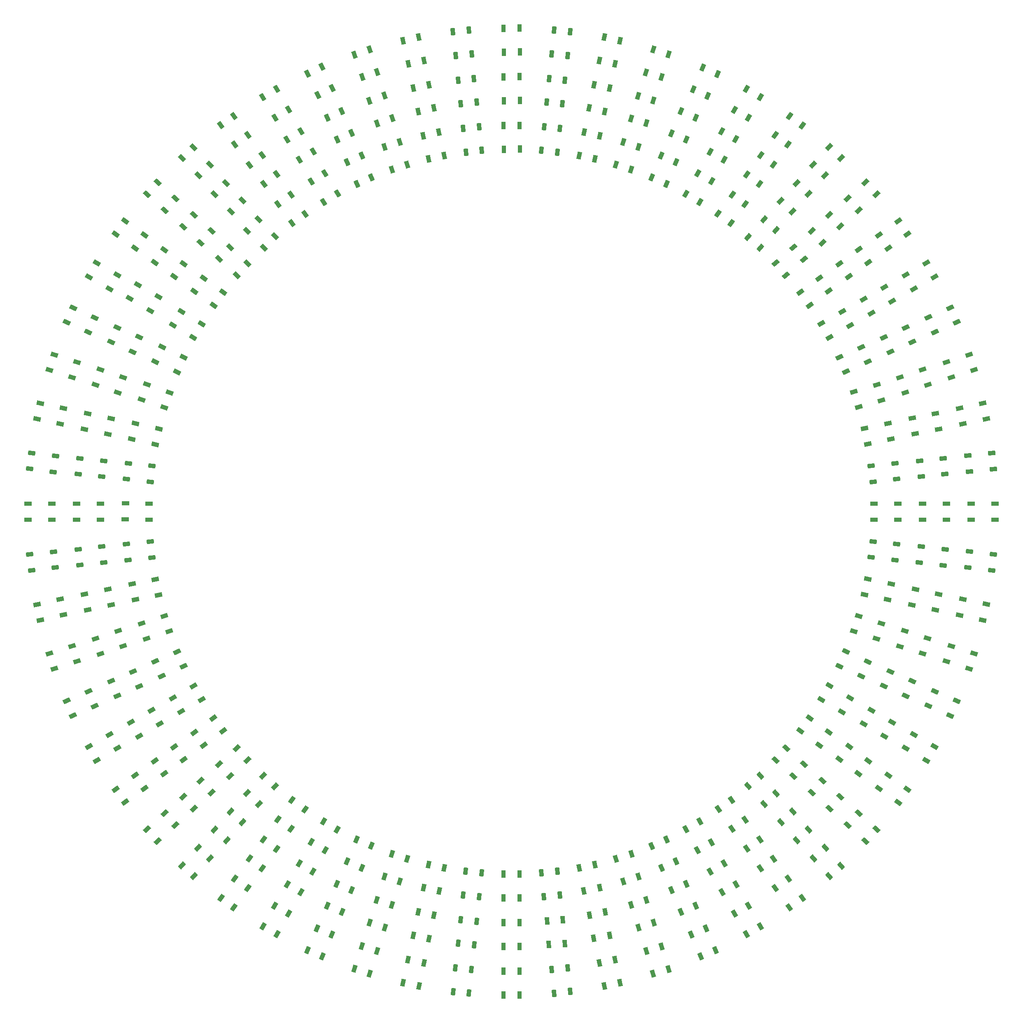
<source format=gtp>
G04 Layer_Color=8421504*
%FSLAX42Y42*%
%MOMM*%
G71*
G01*
G75*
G04:AMPARAMS|DCode=10|XSize=1.5mm|YSize=0.9mm|CornerRadius=0mm|HoleSize=0mm|Usage=FLASHONLY|Rotation=90.933|XOffset=0mm|YOffset=0mm|HoleType=Round|Shape=Rectangle|*
%AMROTATEDRECTD10*
4,1,4,0.46,-0.74,-0.44,-0.76,-0.46,0.74,0.44,0.76,0.46,-0.74,0.0*
%
%ADD10ROTATEDRECTD10*%

G04:AMPARAMS|DCode=11|XSize=1.5mm|YSize=0.9mm|CornerRadius=0mm|HoleSize=0mm|Usage=FLASHONLY|Rotation=83.500|XOffset=0mm|YOffset=0mm|HoleType=Round|Shape=Rectangle|*
%AMROTATEDRECTD11*
4,1,4,0.36,-0.80,-0.53,-0.69,-0.36,0.80,0.53,0.69,0.36,-0.80,0.0*
%
%ADD11ROTATEDRECTD11*%

G04:AMPARAMS|DCode=12|XSize=1.5mm|YSize=0.9mm|CornerRadius=0mm|HoleSize=0mm|Usage=FLASHONLY|Rotation=77.809|XOffset=0mm|YOffset=0mm|HoleType=Round|Shape=Rectangle|*
%AMROTATEDRECTD12*
4,1,4,0.28,-0.83,-0.60,-0.64,-0.28,0.83,0.60,0.64,0.28,-0.83,0.0*
%
%ADD12ROTATEDRECTD12*%

G04:AMPARAMS|DCode=13|XSize=1.5mm|YSize=0.9mm|CornerRadius=0mm|HoleSize=0mm|Usage=FLASHONLY|Rotation=72.154|XOffset=0mm|YOffset=0mm|HoleType=Round|Shape=Rectangle|*
%AMROTATEDRECTD13*
4,1,4,0.20,-0.85,-0.66,-0.58,-0.20,0.85,0.66,0.58,0.20,-0.85,0.0*
%
%ADD13ROTATEDRECTD13*%

G04:AMPARAMS|DCode=14|XSize=1.5mm|YSize=0.9mm|CornerRadius=0mm|HoleSize=0mm|Usage=FLASHONLY|Rotation=72.154|XOffset=0mm|YOffset=0mm|HoleType=Round|Shape=Rectangle|*
%AMROTATEDRECTD14*
4,1,4,0.20,-0.85,-0.66,-0.58,-0.20,0.85,0.66,0.58,0.20,-0.85,0.0*
%
%ADD14ROTATEDRECTD14*%

G04:AMPARAMS|DCode=15|XSize=1.5mm|YSize=0.9mm|CornerRadius=0mm|HoleSize=0mm|Usage=FLASHONLY|Rotation=66.145|XOffset=0mm|YOffset=0mm|HoleType=Round|Shape=Rectangle|*
%AMROTATEDRECTD15*
4,1,4,0.11,-0.87,-0.71,-0.50,-0.11,0.87,0.71,0.50,0.11,-0.87,0.0*
%
%ADD15ROTATEDRECTD15*%

G04:AMPARAMS|DCode=16|XSize=1.5mm|YSize=0.9mm|CornerRadius=0mm|HoleSize=0mm|Usage=FLASHONLY|Rotation=60.534|XOffset=0mm|YOffset=0mm|HoleType=Round|Shape=Rectangle|*
%AMROTATEDRECTD16*
4,1,4,0.02,-0.87,-0.76,-0.43,-0.02,0.87,0.76,0.43,0.02,-0.87,0.0*
%
%ADD16ROTATEDRECTD16*%

G04:AMPARAMS|DCode=17|XSize=1.5mm|YSize=0.9mm|CornerRadius=0mm|HoleSize=0mm|Usage=FLASHONLY|Rotation=53.687|XOffset=0mm|YOffset=0mm|HoleType=Round|Shape=Rectangle|*
%AMROTATEDRECTD17*
4,1,4,-0.08,-0.87,-0.81,-0.34,0.08,0.87,0.81,0.34,-0.08,-0.87,0.0*
%
%ADD17ROTATEDRECTD17*%

G04:AMPARAMS|DCode=18|XSize=1.5mm|YSize=0.9mm|CornerRadius=0mm|HoleSize=0mm|Usage=FLASHONLY|Rotation=48.636|XOffset=0mm|YOffset=0mm|HoleType=Round|Shape=Rectangle|*
%AMROTATEDRECTD18*
4,1,4,-0.16,-0.86,-0.83,-0.27,0.16,0.86,0.83,0.27,-0.16,-0.86,0.0*
%
%ADD18ROTATEDRECTD18*%

G04:AMPARAMS|DCode=19|XSize=1.5mm|YSize=0.9mm|CornerRadius=0mm|HoleSize=0mm|Usage=FLASHONLY|Rotation=41.123|XOffset=0mm|YOffset=0mm|HoleType=Round|Shape=Rectangle|*
%AMROTATEDRECTD19*
4,1,4,-0.27,-0.83,-0.86,-0.15,0.27,0.83,0.86,0.15,-0.27,-0.83,0.0*
%
%ADD19ROTATEDRECTD19*%

G04:AMPARAMS|DCode=20|XSize=1.5mm|YSize=0.9mm|CornerRadius=0mm|HoleSize=0mm|Usage=FLASHONLY|Rotation=36.078|XOffset=0mm|YOffset=0mm|HoleType=Round|Shape=Rectangle|*
%AMROTATEDRECTD20*
4,1,4,-0.34,-0.81,-0.87,-0.08,0.34,0.81,0.87,0.08,-0.34,-0.81,0.0*
%
%ADD20ROTATEDRECTD20*%

G04:AMPARAMS|DCode=21|XSize=1.5mm|YSize=0.9mm|CornerRadius=0mm|HoleSize=0mm|Usage=FLASHONLY|Rotation=24.134|XOffset=0mm|YOffset=0mm|HoleType=Round|Shape=Rectangle|*
%AMROTATEDRECTD21*
4,1,4,-0.50,-0.72,-0.87,0.10,0.50,0.72,0.87,-0.10,-0.50,-0.72,0.0*
%
%ADD21ROTATEDRECTD21*%

G04:AMPARAMS|DCode=22|XSize=1.5mm|YSize=0.9mm|CornerRadius=0mm|HoleSize=0mm|Usage=FLASHONLY|Rotation=16.943|XOffset=0mm|YOffset=0mm|HoleType=Round|Shape=Rectangle|*
%AMROTATEDRECTD22*
4,1,4,-0.59,-0.65,-0.85,0.21,0.59,0.65,0.85,-0.21,-0.59,-0.65,0.0*
%
%ADD22ROTATEDRECTD22*%

G04:AMPARAMS|DCode=23|XSize=1.5mm|YSize=0.9mm|CornerRadius=0mm|HoleSize=0mm|Usage=FLASHONLY|Rotation=11.738|XOffset=0mm|YOffset=0mm|HoleType=Round|Shape=Rectangle|*
%AMROTATEDRECTD23*
4,1,4,-0.64,-0.59,-0.83,0.29,0.64,0.59,0.83,-0.29,-0.64,-0.59,0.0*
%
%ADD23ROTATEDRECTD23*%

G04:AMPARAMS|DCode=24|XSize=1.5mm|YSize=0.9mm|CornerRadius=0mm|HoleSize=0mm|Usage=FLASHONLY|Rotation=6.500|XOffset=0mm|YOffset=0mm|HoleType=Round|Shape=Rectangle|*
%AMROTATEDRECTD24*
4,1,4,-0.69,-0.53,-0.80,0.36,0.69,0.53,0.80,-0.36,-0.69,-0.53,0.0*
%
%ADD24ROTATEDRECTD24*%

G04:AMPARAMS|DCode=25|XSize=1.5mm|YSize=0.9mm|CornerRadius=0mm|HoleSize=0mm|Usage=FLASHONLY|Rotation=0.500|XOffset=0mm|YOffset=0mm|HoleType=Round|Shape=Rectangle|*
%AMROTATEDRECTD25*
4,1,4,-0.75,-0.46,-0.75,0.44,0.75,0.46,0.75,-0.44,-0.75,-0.46,0.0*
%
%ADD25ROTATEDRECTD25*%

G04:AMPARAMS|DCode=26|XSize=1.5mm|YSize=0.9mm|CornerRadius=0mm|HoleSize=0mm|Usage=FLASHONLY|Rotation=353.500|XOffset=0mm|YOffset=0mm|HoleType=Round|Shape=Rectangle|*
%AMROTATEDRECTD26*
4,1,4,-0.80,-0.36,-0.69,0.53,0.80,0.36,0.69,-0.53,-0.80,-0.36,0.0*
%
%ADD26ROTATEDRECTD26*%

G04:AMPARAMS|DCode=27|XSize=1.5mm|YSize=0.9mm|CornerRadius=0mm|HoleSize=0mm|Usage=FLASHONLY|Rotation=348.000|XOffset=0mm|YOffset=0mm|HoleType=Round|Shape=Rectangle|*
%AMROTATEDRECTD27*
4,1,4,-0.83,-0.28,-0.64,0.60,0.83,0.28,0.64,-0.60,-0.83,-0.28,0.0*
%
%ADD27ROTATEDRECTD27*%

G04:AMPARAMS|DCode=28|XSize=1.5mm|YSize=0.9mm|CornerRadius=0mm|HoleSize=0mm|Usage=FLASHONLY|Rotation=342.000|XOffset=0mm|YOffset=0mm|HoleType=Round|Shape=Rectangle|*
%AMROTATEDRECTD28*
4,1,4,-0.85,-0.20,-0.57,0.66,0.85,0.20,0.57,-0.66,-0.85,-0.20,0.0*
%
%ADD28ROTATEDRECTD28*%

G04:AMPARAMS|DCode=29|XSize=1.5mm|YSize=0.9mm|CornerRadius=0mm|HoleSize=0mm|Usage=FLASHONLY|Rotation=335.000|XOffset=0mm|YOffset=0mm|HoleType=Round|Shape=Rectangle|*
%AMROTATEDRECTD29*
4,1,4,-0.87,-0.09,-0.49,0.72,0.87,0.09,0.49,-0.72,-0.87,-0.09,0.0*
%
%ADD29ROTATEDRECTD29*%

G04:AMPARAMS|DCode=30|XSize=1.5mm|YSize=0.9mm|CornerRadius=0mm|HoleSize=0mm|Usage=FLASHONLY|Rotation=329.000|XOffset=0mm|YOffset=0mm|HoleType=Round|Shape=Rectangle|*
%AMROTATEDRECTD30*
4,1,4,-0.87,0.00,-0.41,0.77,0.87,-0.00,0.41,-0.77,-0.87,0.00,0.0*
%
%ADD30ROTATEDRECTD30*%

G04:AMPARAMS|DCode=31|XSize=1.5mm|YSize=0.9mm|CornerRadius=0mm|HoleSize=0mm|Usage=FLASHONLY|Rotation=323.500|XOffset=0mm|YOffset=0mm|HoleType=Round|Shape=Rectangle|*
%AMROTATEDRECTD31*
4,1,4,-0.87,0.08,-0.34,0.81,0.87,-0.08,0.34,-0.81,-0.87,0.08,0.0*
%
%ADD31ROTATEDRECTD31*%

G04:AMPARAMS|DCode=32|XSize=1.5mm|YSize=0.9mm|CornerRadius=0mm|HoleSize=0mm|Usage=FLASHONLY|Rotation=318.000|XOffset=0mm|YOffset=0mm|HoleType=Round|Shape=Rectangle|*
%AMROTATEDRECTD32*
4,1,4,-0.86,0.17,-0.26,0.84,0.86,-0.17,0.26,-0.84,-0.86,0.17,0.0*
%
%ADD32ROTATEDRECTD32*%

G04:AMPARAMS|DCode=33|XSize=1.5mm|YSize=0.9mm|CornerRadius=0mm|HoleSize=0mm|Usage=FLASHONLY|Rotation=311.500|XOffset=0mm|YOffset=0mm|HoleType=Round|Shape=Rectangle|*
%AMROTATEDRECTD33*
4,1,4,-0.83,0.26,-0.16,0.86,0.83,-0.26,0.16,-0.86,-0.83,0.26,0.0*
%
%ADD33ROTATEDRECTD33*%

G04:AMPARAMS|DCode=34|XSize=1.5mm|YSize=0.9mm|CornerRadius=0mm|HoleSize=0mm|Usage=FLASHONLY|Rotation=304.500|XOffset=0mm|YOffset=0mm|HoleType=Round|Shape=Rectangle|*
%AMROTATEDRECTD34*
4,1,4,-0.80,0.36,-0.05,0.87,0.80,-0.36,0.05,-0.87,-0.80,0.36,0.0*
%
%ADD34ROTATEDRECTD34*%

G04:AMPARAMS|DCode=35|XSize=1.5mm|YSize=0.9mm|CornerRadius=0mm|HoleSize=0mm|Usage=FLASHONLY|Rotation=299.000|XOffset=0mm|YOffset=0mm|HoleType=Round|Shape=Rectangle|*
%AMROTATEDRECTD35*
4,1,4,-0.76,0.44,0.03,0.87,0.76,-0.44,-0.03,-0.87,-0.76,0.44,0.0*
%
%ADD35ROTATEDRECTD35*%

G04:AMPARAMS|DCode=36|XSize=1.5mm|YSize=0.9mm|CornerRadius=0mm|HoleSize=0mm|Usage=FLASHONLY|Rotation=294.000|XOffset=0mm|YOffset=0mm|HoleType=Round|Shape=Rectangle|*
%AMROTATEDRECTD36*
4,1,4,-0.72,0.50,0.11,0.87,0.72,-0.50,-0.11,-0.87,-0.72,0.50,0.0*
%
%ADD36ROTATEDRECTD36*%

G04:AMPARAMS|DCode=37|XSize=1.5mm|YSize=0.9mm|CornerRadius=0mm|HoleSize=0mm|Usage=FLASHONLY|Rotation=287.500|XOffset=0mm|YOffset=0mm|HoleType=Round|Shape=Rectangle|*
%AMROTATEDRECTD37*
4,1,4,-0.65,0.58,0.20,0.85,0.65,-0.58,-0.20,-0.85,-0.65,0.58,0.0*
%
%ADD37ROTATEDRECTD37*%

G04:AMPARAMS|DCode=38|XSize=1.5mm|YSize=0.9mm|CornerRadius=0mm|HoleSize=0mm|Usage=FLASHONLY|Rotation=281.500|XOffset=0mm|YOffset=0mm|HoleType=Round|Shape=Rectangle|*
%AMROTATEDRECTD38*
4,1,4,-0.59,0.65,0.29,0.82,0.59,-0.65,-0.29,-0.82,-0.59,0.65,0.0*
%
%ADD38ROTATEDRECTD38*%

G04:AMPARAMS|DCode=39|XSize=1.5mm|YSize=0.9mm|CornerRadius=0mm|HoleSize=0mm|Usage=FLASHONLY|Rotation=276.000|XOffset=0mm|YOffset=0mm|HoleType=Round|Shape=Rectangle|*
%AMROTATEDRECTD39*
4,1,4,-0.53,0.70,0.37,0.79,0.53,-0.70,-0.37,-0.79,-0.53,0.70,0.0*
%
%ADD39ROTATEDRECTD39*%

G04:AMPARAMS|DCode=40|XSize=1.5mm|YSize=0.9mm|CornerRadius=0mm|HoleSize=0mm|Usage=FLASHONLY|Rotation=269.500|XOffset=0mm|YOffset=0mm|HoleType=Round|Shape=Rectangle|*
%AMROTATEDRECTD40*
4,1,4,-0.44,0.75,0.46,0.75,0.44,-0.75,-0.46,-0.75,-0.44,0.75,0.0*
%
%ADD40ROTATEDRECTD40*%

G04:AMPARAMS|DCode=41|XSize=1.5mm|YSize=0.9mm|CornerRadius=0mm|HoleSize=0mm|Usage=FLASHONLY|Rotation=239.500|XOffset=0mm|YOffset=0mm|HoleType=Round|Shape=Rectangle|*
%AMROTATEDRECTD41*
4,1,4,-0.01,0.87,0.77,0.42,0.01,-0.87,-0.77,-0.42,-0.01,0.87,0.0*
%
%ADD41ROTATEDRECTD41*%

G04:AMPARAMS|DCode=42|XSize=1.5mm|YSize=0.9mm|CornerRadius=0mm|HoleSize=0mm|Usage=FLASHONLY|Rotation=227.500|XOffset=0mm|YOffset=0mm|HoleType=Round|Shape=Rectangle|*
%AMROTATEDRECTD42*
4,1,4,0.17,0.86,0.84,0.25,-0.17,-0.86,-0.84,-0.25,0.17,0.86,0.0*
%
%ADD42ROTATEDRECTD42*%

G04:AMPARAMS|DCode=43|XSize=1.5mm|YSize=0.9mm|CornerRadius=0mm|HoleSize=0mm|Usage=FLASHONLY|Rotation=222.500|XOffset=0mm|YOffset=0mm|HoleType=Round|Shape=Rectangle|*
%AMROTATEDRECTD43*
4,1,4,0.25,0.84,0.86,0.17,-0.25,-0.84,-0.86,-0.17,0.25,0.84,0.0*
%
%ADD43ROTATEDRECTD43*%

G04:AMPARAMS|DCode=44|XSize=1.5mm|YSize=0.9mm|CornerRadius=0mm|HoleSize=0mm|Usage=FLASHONLY|Rotation=216.767|XOffset=0mm|YOffset=0mm|HoleType=Round|Shape=Rectangle|*
%AMROTATEDRECTD44*
4,1,4,0.33,0.81,0.87,0.09,-0.33,-0.81,-0.87,-0.09,0.33,0.81,0.0*
%
%ADD44ROTATEDRECTD44*%

G04:AMPARAMS|DCode=45|XSize=1.5mm|YSize=0.9mm|CornerRadius=0mm|HoleSize=0mm|Usage=FLASHONLY|Rotation=210.000|XOffset=0mm|YOffset=0mm|HoleType=Round|Shape=Rectangle|*
%AMROTATEDRECTD45*
4,1,4,0.42,0.76,0.87,-0.01,-0.42,-0.76,-0.87,0.01,0.42,0.76,0.0*
%
%ADD45ROTATEDRECTD45*%

G04:AMPARAMS|DCode=46|XSize=1.5mm|YSize=0.9mm|CornerRadius=0mm|HoleSize=0mm|Usage=FLASHONLY|Rotation=198.500|XOffset=0mm|YOffset=0mm|HoleType=Round|Shape=Rectangle|*
%AMROTATEDRECTD46*
4,1,4,0.57,0.66,0.85,-0.19,-0.57,-0.66,-0.85,0.19,0.57,0.66,0.0*
%
%ADD46ROTATEDRECTD46*%

G04:AMPARAMS|DCode=47|XSize=1.5mm|YSize=0.9mm|CornerRadius=0mm|HoleSize=0mm|Usage=FLASHONLY|Rotation=179.000|XOffset=0mm|YOffset=0mm|HoleType=Round|Shape=Rectangle|*
%AMROTATEDRECTD47*
4,1,4,0.76,0.44,0.74,-0.46,-0.76,-0.44,-0.74,0.46,0.76,0.44,0.0*
%
%ADD47ROTATEDRECTD47*%

G04:AMPARAMS|DCode=48|XSize=1.5mm|YSize=0.9mm|CornerRadius=0mm|HoleSize=0mm|Usage=FLASHONLY|Rotation=167.000|XOffset=0mm|YOffset=0mm|HoleType=Round|Shape=Rectangle|*
%AMROTATEDRECTD48*
4,1,4,0.83,0.27,0.63,-0.61,-0.83,-0.27,-0.63,0.61,0.83,0.27,0.0*
%
%ADD48ROTATEDRECTD48*%

G04:AMPARAMS|DCode=49|XSize=1.5mm|YSize=0.9mm|CornerRadius=0mm|HoleSize=0mm|Usage=FLASHONLY|Rotation=160.500|XOffset=0mm|YOffset=0mm|HoleType=Round|Shape=Rectangle|*
%AMROTATEDRECTD49*
4,1,4,0.86,0.17,0.56,-0.67,-0.86,-0.17,-0.56,0.67,0.86,0.17,0.0*
%
%ADD49ROTATEDRECTD49*%

G04:AMPARAMS|DCode=50|XSize=1.5mm|YSize=0.9mm|CornerRadius=0mm|HoleSize=0mm|Usage=FLASHONLY|Rotation=154.500|XOffset=0mm|YOffset=0mm|HoleType=Round|Shape=Rectangle|*
%AMROTATEDRECTD50*
4,1,4,0.87,0.08,0.48,-0.73,-0.87,-0.08,-0.48,0.73,0.87,0.08,0.0*
%
%ADD50ROTATEDRECTD50*%

G04:AMPARAMS|DCode=51|XSize=1.5mm|YSize=0.9mm|CornerRadius=0mm|HoleSize=0mm|Usage=FLASHONLY|Rotation=148.500|XOffset=0mm|YOffset=0mm|HoleType=Round|Shape=Rectangle|*
%AMROTATEDRECTD51*
4,1,4,0.87,-0.01,0.40,-0.78,-0.87,0.01,-0.40,0.78,0.87,-0.01,0.0*
%
%ADD51ROTATEDRECTD51*%

G04:AMPARAMS|DCode=52|XSize=1.5mm|YSize=0.9mm|CornerRadius=0mm|HoleSize=0mm|Usage=FLASHONLY|Rotation=137.000|XOffset=0mm|YOffset=0mm|HoleType=Round|Shape=Rectangle|*
%AMROTATEDRECTD52*
4,1,4,0.86,-0.18,0.24,-0.84,-0.86,0.18,-0.24,0.84,0.86,-0.18,0.0*
%
%ADD52ROTATEDRECTD52*%

G04:AMPARAMS|DCode=53|XSize=1.5mm|YSize=0.9mm|CornerRadius=0mm|HoleSize=0mm|Usage=FLASHONLY|Rotation=134.500|XOffset=0mm|YOffset=0mm|HoleType=Round|Shape=Rectangle|*
%AMROTATEDRECTD53*
4,1,4,0.85,-0.22,0.20,-0.85,-0.85,0.22,-0.20,0.85,0.85,-0.22,0.0*
%
%ADD53ROTATEDRECTD53*%

G04:AMPARAMS|DCode=54|XSize=1.5mm|YSize=0.9mm|CornerRadius=0mm|HoleSize=0mm|Usage=FLASHONLY|Rotation=126.000|XOffset=0mm|YOffset=0mm|HoleType=Round|Shape=Rectangle|*
%AMROTATEDRECTD54*
4,1,4,0.80,-0.34,0.08,-0.87,-0.80,0.34,-0.08,0.87,0.80,-0.34,0.0*
%
%ADD54ROTATEDRECTD54*%

G04:AMPARAMS|DCode=55|XSize=1.5mm|YSize=0.9mm|CornerRadius=0mm|HoleSize=0mm|Usage=FLASHONLY|Rotation=121.500|XOffset=0mm|YOffset=0mm|HoleType=Round|Shape=Rectangle|*
%AMROTATEDRECTD55*
4,1,4,0.78,-0.40,0.01,-0.87,-0.78,0.40,-0.01,0.87,0.78,-0.40,0.0*
%
%ADD55ROTATEDRECTD55*%

G04:AMPARAMS|DCode=56|XSize=1.5mm|YSize=0.9mm|CornerRadius=0mm|HoleSize=0mm|Usage=FLASHONLY|Rotation=91.000|XOffset=0mm|YOffset=0mm|HoleType=Round|Shape=Rectangle|*
%AMROTATEDRECTD56*
4,1,4,0.46,-0.74,-0.44,-0.76,-0.46,0.74,0.44,0.76,0.46,-0.74,0.0*
%
%ADD56ROTATEDRECTD56*%

G04:AMPARAMS|DCode=57|XSize=1.5mm|YSize=0.9mm|CornerRadius=0mm|HoleSize=0mm|Usage=FLASHONLY|Rotation=84.000|XOffset=0mm|YOffset=0mm|HoleType=Round|Shape=Rectangle|*
%AMROTATEDRECTD57*
4,1,4,0.37,-0.79,-0.53,-0.70,-0.37,0.79,0.53,0.70,0.37,-0.79,0.0*
%
%ADD57ROTATEDRECTD57*%

G04:AMPARAMS|DCode=58|XSize=1.5mm|YSize=0.9mm|CornerRadius=0mm|HoleSize=0mm|Usage=FLASHONLY|Rotation=78.000|XOffset=0mm|YOffset=0mm|HoleType=Round|Shape=Rectangle|*
%AMROTATEDRECTD58*
4,1,4,0.28,-0.83,-0.60,-0.64,-0.28,0.83,0.60,0.64,0.28,-0.83,0.0*
%
%ADD58ROTATEDRECTD58*%

G04:AMPARAMS|DCode=59|XSize=1.5mm|YSize=0.9mm|CornerRadius=0mm|HoleSize=0mm|Usage=FLASHONLY|Rotation=73.000|XOffset=0mm|YOffset=0mm|HoleType=Round|Shape=Rectangle|*
%AMROTATEDRECTD59*
4,1,4,0.21,-0.85,-0.65,-0.59,-0.21,0.85,0.65,0.59,0.21,-0.85,0.0*
%
%ADD59ROTATEDRECTD59*%

G04:AMPARAMS|DCode=60|XSize=1.5mm|YSize=0.9mm|CornerRadius=0mm|HoleSize=0mm|Usage=FLASHONLY|Rotation=67.000|XOffset=0mm|YOffset=0mm|HoleType=Round|Shape=Rectangle|*
%AMROTATEDRECTD60*
4,1,4,0.12,-0.87,-0.71,-0.51,-0.12,0.87,0.71,0.51,0.12,-0.87,0.0*
%
%ADD60ROTATEDRECTD60*%

G04:AMPARAMS|DCode=61|XSize=1.5mm|YSize=0.9mm|CornerRadius=0mm|HoleSize=0mm|Usage=FLASHONLY|Rotation=61.000|XOffset=0mm|YOffset=0mm|HoleType=Round|Shape=Rectangle|*
%AMROTATEDRECTD61*
4,1,4,0.03,-0.87,-0.76,-0.44,-0.03,0.87,0.76,0.44,0.03,-0.87,0.0*
%
%ADD61ROTATEDRECTD61*%

G04:AMPARAMS|DCode=62|XSize=1.5mm|YSize=0.9mm|CornerRadius=0mm|HoleSize=0mm|Usage=FLASHONLY|Rotation=54.000|XOffset=0mm|YOffset=0mm|HoleType=Round|Shape=Rectangle|*
%AMROTATEDRECTD62*
4,1,4,-0.08,-0.87,-0.80,-0.34,0.08,0.87,0.80,0.34,-0.08,-0.87,0.0*
%
%ADD62ROTATEDRECTD62*%

G04:AMPARAMS|DCode=63|XSize=1.5mm|YSize=0.9mm|CornerRadius=0mm|HoleSize=0mm|Usage=FLASHONLY|Rotation=43.000|XOffset=0mm|YOffset=0mm|HoleType=Round|Shape=Rectangle|*
%AMROTATEDRECTD63*
4,1,4,-0.24,-0.84,-0.86,-0.18,0.24,0.84,0.86,0.18,-0.24,-0.84,0.0*
%
%ADD63ROTATEDRECTD63*%

G04:AMPARAMS|DCode=64|XSize=1.5mm|YSize=0.9mm|CornerRadius=0mm|HoleSize=0mm|Usage=FLASHONLY|Rotation=36.500|XOffset=0mm|YOffset=0mm|HoleType=Round|Shape=Rectangle|*
%AMROTATEDRECTD64*
4,1,4,-0.34,-0.81,-0.87,-0.08,0.34,0.81,0.87,0.08,-0.34,-0.81,0.0*
%
%ADD64ROTATEDRECTD64*%

G04:AMPARAMS|DCode=65|XSize=1.5mm|YSize=0.9mm|CornerRadius=0mm|HoleSize=0mm|Usage=FLASHONLY|Rotation=24.500|XOffset=0mm|YOffset=0mm|HoleType=Round|Shape=Rectangle|*
%AMROTATEDRECTD65*
4,1,4,-0.50,-0.72,-0.87,0.10,0.50,0.72,0.87,-0.10,-0.50,-0.72,0.0*
%
%ADD65ROTATEDRECTD65*%

G04:AMPARAMS|DCode=66|XSize=1.5mm|YSize=0.9mm|CornerRadius=0mm|HoleSize=0mm|Usage=FLASHONLY|Rotation=11.000|XOffset=0mm|YOffset=0mm|HoleType=Round|Shape=Rectangle|*
%AMROTATEDRECTD66*
4,1,4,-0.65,-0.58,-0.82,0.30,0.65,0.58,0.82,-0.30,-0.65,-0.58,0.0*
%
%ADD66ROTATEDRECTD66*%

G04:AMPARAMS|DCode=67|XSize=1.5mm|YSize=0.9mm|CornerRadius=0mm|HoleSize=0mm|Usage=FLASHONLY|Rotation=6.000|XOffset=0mm|YOffset=0mm|HoleType=Round|Shape=Rectangle|*
%AMROTATEDRECTD67*
4,1,4,-0.70,-0.53,-0.79,0.37,0.70,0.53,0.79,-0.37,-0.70,-0.53,0.0*
%
%ADD67ROTATEDRECTD67*%

G04:AMPARAMS|DCode=68|XSize=1.5mm|YSize=0.9mm|CornerRadius=0mm|HoleSize=0mm|Usage=FLASHONLY|Rotation=359.500|XOffset=0mm|YOffset=0mm|HoleType=Round|Shape=Rectangle|*
%AMROTATEDRECTD68*
4,1,4,-0.75,-0.44,-0.75,0.46,0.75,0.44,0.75,-0.46,-0.75,-0.44,0.0*
%
%ADD68ROTATEDRECTD68*%

G04:AMPARAMS|DCode=69|XSize=1.5mm|YSize=0.9mm|CornerRadius=0mm|HoleSize=0mm|Usage=FLASHONLY|Rotation=348.000|XOffset=0mm|YOffset=0mm|HoleType=Round|Shape=Rectangle|*
%AMROTATEDRECTD69*
4,1,4,-0.83,-0.28,-0.64,0.60,0.83,0.28,0.64,-0.60,-0.83,-0.28,0.0*
%
%ADD69ROTATEDRECTD69*%

G04:AMPARAMS|DCode=70|XSize=1.5mm|YSize=0.9mm|CornerRadius=0mm|HoleSize=0mm|Usage=FLASHONLY|Rotation=335.751|XOffset=0mm|YOffset=0mm|HoleType=Round|Shape=Rectangle|*
%AMROTATEDRECTD70*
4,1,4,-0.87,-0.10,-0.50,0.72,0.87,0.10,0.50,-0.72,-0.87,-0.10,0.0*
%
%ADD70ROTATEDRECTD70*%

G04:AMPARAMS|DCode=71|XSize=1.5mm|YSize=0.9mm|CornerRadius=0mm|HoleSize=0mm|Usage=FLASHONLY|Rotation=329.500|XOffset=0mm|YOffset=0mm|HoleType=Round|Shape=Rectangle|*
%AMROTATEDRECTD71*
4,1,4,-0.87,-0.01,-0.42,0.77,0.87,0.01,0.42,-0.77,-0.87,-0.01,0.0*
%
%ADD71ROTATEDRECTD71*%

G04:AMPARAMS|DCode=72|XSize=1.5mm|YSize=0.9mm|CornerRadius=0mm|HoleSize=0mm|Usage=FLASHONLY|Rotation=323.000|XOffset=0mm|YOffset=0mm|HoleType=Round|Shape=Rectangle|*
%AMROTATEDRECTD72*
4,1,4,-0.87,0.09,-0.33,0.81,0.87,-0.09,0.33,-0.81,-0.87,0.09,0.0*
%
%ADD72ROTATEDRECTD72*%

G04:AMPARAMS|DCode=73|XSize=1.5mm|YSize=0.9mm|CornerRadius=0mm|HoleSize=0mm|Usage=FLASHONLY|Rotation=318.000|XOffset=0mm|YOffset=0mm|HoleType=Round|Shape=Rectangle|*
%AMROTATEDRECTD73*
4,1,4,-0.86,0.17,-0.26,0.84,0.86,-0.17,0.26,-0.84,-0.86,0.17,0.0*
%
%ADD73ROTATEDRECTD73*%

G04:AMPARAMS|DCode=74|XSize=1.5mm|YSize=0.9mm|CornerRadius=0mm|HoleSize=0mm|Usage=FLASHONLY|Rotation=305.000|XOffset=0mm|YOffset=0mm|HoleType=Round|Shape=Rectangle|*
%AMROTATEDRECTD74*
4,1,4,-0.80,0.36,-0.06,0.87,0.80,-0.36,0.06,-0.87,-0.80,0.36,0.0*
%
%ADD74ROTATEDRECTD74*%

G04:AMPARAMS|DCode=75|XSize=1.5mm|YSize=0.9mm|CornerRadius=0mm|HoleSize=0mm|Usage=FLASHONLY|Rotation=299.432|XOffset=0mm|YOffset=0mm|HoleType=Round|Shape=Rectangle|*
%AMROTATEDRECTD75*
4,1,4,-0.76,0.43,0.02,0.87,0.76,-0.43,-0.02,-0.87,-0.76,0.43,0.0*
%
%ADD75ROTATEDRECTD75*%

G04:AMPARAMS|DCode=76|XSize=1.5mm|YSize=0.9mm|CornerRadius=0mm|HoleSize=0mm|Usage=FLASHONLY|Rotation=293.000|XOffset=0mm|YOffset=0mm|HoleType=Round|Shape=Rectangle|*
%AMROTATEDRECTD76*
4,1,4,-0.71,0.51,0.12,0.87,0.71,-0.51,-0.12,-0.87,-0.71,0.51,0.0*
%
%ADD76ROTATEDRECTD76*%

G04:AMPARAMS|DCode=77|XSize=1.5mm|YSize=0.9mm|CornerRadius=0mm|HoleSize=0mm|Usage=FLASHONLY|Rotation=288.000|XOffset=0mm|YOffset=0mm|HoleType=Round|Shape=Rectangle|*
%AMROTATEDRECTD77*
4,1,4,-0.66,0.57,0.20,0.85,0.66,-0.57,-0.20,-0.85,-0.66,0.57,0.0*
%
%ADD77ROTATEDRECTD77*%

G04:AMPARAMS|DCode=78|XSize=1.5mm|YSize=0.9mm|CornerRadius=0mm|HoleSize=0mm|Usage=FLASHONLY|Rotation=280.500|XOffset=0mm|YOffset=0mm|HoleType=Round|Shape=Rectangle|*
%AMROTATEDRECTD78*
4,1,4,-0.58,0.66,0.31,0.82,0.58,-0.66,-0.31,-0.82,-0.58,0.66,0.0*
%
%ADD78ROTATEDRECTD78*%

G04:AMPARAMS|DCode=79|XSize=1.5mm|YSize=0.9mm|CornerRadius=0mm|HoleSize=0mm|Usage=FLASHONLY|Rotation=274.000|XOffset=0mm|YOffset=0mm|HoleType=Round|Shape=Rectangle|*
%AMROTATEDRECTD79*
4,1,4,-0.50,0.72,0.40,0.78,0.50,-0.72,-0.40,-0.78,-0.50,0.72,0.0*
%
%ADD79ROTATEDRECTD79*%

%ADD80R,0.90X1.50*%
G04:AMPARAMS|DCode=81|XSize=1.5mm|YSize=0.9mm|CornerRadius=0mm|HoleSize=0mm|Usage=FLASHONLY|Rotation=240.000|XOffset=0mm|YOffset=0mm|HoleType=Round|Shape=Rectangle|*
%AMROTATEDRECTD81*
4,1,4,-0.01,0.87,0.76,0.42,0.01,-0.87,-0.76,-0.42,-0.01,0.87,0.0*
%
%ADD81ROTATEDRECTD81*%

G04:AMPARAMS|DCode=82|XSize=1.5mm|YSize=0.9mm|CornerRadius=0mm|HoleSize=0mm|Usage=FLASHONLY|Rotation=228.500|XOffset=0mm|YOffset=0mm|HoleType=Round|Shape=Rectangle|*
%AMROTATEDRECTD82*
4,1,4,0.16,0.86,0.83,0.26,-0.16,-0.86,-0.83,-0.26,0.16,0.86,0.0*
%
%ADD82ROTATEDRECTD82*%

G04:AMPARAMS|DCode=83|XSize=1.5mm|YSize=0.9mm|CornerRadius=0mm|HoleSize=0mm|Usage=FLASHONLY|Rotation=210.500|XOffset=0mm|YOffset=0mm|HoleType=Round|Shape=Rectangle|*
%AMROTATEDRECTD83*
4,1,4,0.42,0.77,0.87,-0.01,-0.42,-0.77,-0.87,0.01,0.42,0.77,0.0*
%
%ADD83ROTATEDRECTD83*%

G04:AMPARAMS|DCode=84|XSize=1.5mm|YSize=0.9mm|CornerRadius=0mm|HoleSize=0mm|Usage=FLASHONLY|Rotation=203.000|XOffset=0mm|YOffset=0mm|HoleType=Round|Shape=Rectangle|*
%AMROTATEDRECTD84*
4,1,4,0.51,0.71,0.87,-0.12,-0.51,-0.71,-0.87,0.12,0.51,0.71,0.0*
%
%ADD84ROTATEDRECTD84*%

G04:AMPARAMS|DCode=85|XSize=1.5mm|YSize=0.9mm|CornerRadius=0mm|HoleSize=0mm|Usage=FLASHONLY|Rotation=161.000|XOffset=0mm|YOffset=0mm|HoleType=Round|Shape=Rectangle|*
%AMROTATEDRECTD85*
4,1,4,0.86,0.18,0.56,-0.67,-0.86,-0.18,-0.56,0.67,0.86,0.18,0.0*
%
%ADD85ROTATEDRECTD85*%

G04:AMPARAMS|DCode=86|XSize=1.5mm|YSize=0.9mm|CornerRadius=0mm|HoleSize=0mm|Usage=FLASHONLY|Rotation=133.500|XOffset=0mm|YOffset=0mm|HoleType=Round|Shape=Rectangle|*
%AMROTATEDRECTD86*
4,1,4,0.84,-0.23,0.19,-0.85,-0.84,0.23,-0.19,0.85,0.84,-0.23,0.0*
%
%ADD86ROTATEDRECTD86*%

G04:AMPARAMS|DCode=87|XSize=1.5mm|YSize=0.9mm|CornerRadius=0mm|HoleSize=0mm|Usage=FLASHONLY|Rotation=127.000|XOffset=0mm|YOffset=0mm|HoleType=Round|Shape=Rectangle|*
%AMROTATEDRECTD87*
4,1,4,0.81,-0.33,0.09,-0.87,-0.81,0.33,-0.09,0.87,0.81,-0.33,0.0*
%
%ADD87ROTATEDRECTD87*%

G04:AMPARAMS|DCode=88|XSize=1.5mm|YSize=0.9mm|CornerRadius=0mm|HoleSize=0mm|Usage=FLASHONLY|Rotation=121.000|XOffset=0mm|YOffset=0mm|HoleType=Round|Shape=Rectangle|*
%AMROTATEDRECTD88*
4,1,4,0.77,-0.41,0.00,-0.87,-0.77,0.41,-0.00,0.87,0.77,-0.41,0.0*
%
%ADD88ROTATEDRECTD88*%

G04:AMPARAMS|DCode=89|XSize=1.5mm|YSize=0.9mm|CornerRadius=0mm|HoleSize=0mm|Usage=FLASHONLY|Rotation=109.000|XOffset=0mm|YOffset=0mm|HoleType=Round|Shape=Rectangle|*
%AMROTATEDRECTD89*
4,1,4,0.67,-0.56,-0.18,-0.86,-0.67,0.56,0.18,0.86,0.67,-0.56,0.0*
%
%ADD89ROTATEDRECTD89*%

G04:AMPARAMS|DCode=90|XSize=1.5mm|YSize=0.9mm|CornerRadius=0mm|HoleSize=0mm|Usage=FLASHONLY|Rotation=66.250|XOffset=0mm|YOffset=0mm|HoleType=Round|Shape=Rectangle|*
%AMROTATEDRECTD90*
4,1,4,0.11,-0.87,-0.71,-0.51,-0.11,0.87,0.71,0.51,0.11,-0.87,0.0*
%
%ADD90ROTATEDRECTD90*%

G04:AMPARAMS|DCode=91|XSize=1.5mm|YSize=0.9mm|CornerRadius=0mm|HoleSize=0mm|Usage=FLASHONLY|Rotation=53.500|XOffset=0mm|YOffset=0mm|HoleType=Round|Shape=Rectangle|*
%AMROTATEDRECTD91*
4,1,4,-0.08,-0.87,-0.81,-0.34,0.08,0.87,0.81,0.34,-0.08,-0.87,0.0*
%
%ADD91ROTATEDRECTD91*%

G04:AMPARAMS|DCode=92|XSize=1.5mm|YSize=0.9mm|CornerRadius=0mm|HoleSize=0mm|Usage=FLASHONLY|Rotation=36.000|XOffset=0mm|YOffset=0mm|HoleType=Round|Shape=Rectangle|*
%AMROTATEDRECTD92*
4,1,4,-0.34,-0.80,-0.87,-0.08,0.34,0.80,0.87,0.08,-0.34,-0.80,0.0*
%
%ADD92ROTATEDRECTD92*%

G04:AMPARAMS|DCode=93|XSize=1.5mm|YSize=0.9mm|CornerRadius=0mm|HoleSize=0mm|Usage=FLASHONLY|Rotation=24.113|XOffset=0mm|YOffset=0mm|HoleType=Round|Shape=Rectangle|*
%AMROTATEDRECTD93*
4,1,4,-0.50,-0.72,-0.87,0.10,0.50,0.72,0.87,-0.10,-0.50,-0.72,0.0*
%
%ADD93ROTATEDRECTD93*%

G04:AMPARAMS|DCode=94|XSize=1.5mm|YSize=0.9mm|CornerRadius=0mm|HoleSize=0mm|Usage=FLASHONLY|Rotation=12.500|XOffset=0mm|YOffset=0mm|HoleType=Round|Shape=Rectangle|*
%AMROTATEDRECTD94*
4,1,4,-0.63,-0.60,-0.83,0.28,0.63,0.60,0.83,-0.28,-0.63,-0.60,0.0*
%
%ADD94ROTATEDRECTD94*%

G04:AMPARAMS|DCode=95|XSize=1.5mm|YSize=0.9mm|CornerRadius=0mm|HoleSize=0mm|Usage=FLASHONLY|Rotation=5.500|XOffset=0mm|YOffset=0mm|HoleType=Round|Shape=Rectangle|*
%AMROTATEDRECTD95*
4,1,4,-0.70,-0.52,-0.79,0.38,0.70,0.52,0.79,-0.38,-0.70,-0.52,0.0*
%
%ADD95ROTATEDRECTD95*%

%ADD96R,1.50X0.90*%
G04:AMPARAMS|DCode=97|XSize=1.5mm|YSize=0.9mm|CornerRadius=0mm|HoleSize=0mm|Usage=FLASHONLY|Rotation=348.000|XOffset=0mm|YOffset=0mm|HoleType=Round|Shape=Rectangle|*
%AMROTATEDRECTD97*
4,1,4,-0.83,-0.28,-0.64,0.60,0.83,0.28,0.64,-0.60,-0.83,-0.28,0.0*
%
%ADD97ROTATEDRECTD97*%

G04:AMPARAMS|DCode=98|XSize=1.5mm|YSize=0.9mm|CornerRadius=0mm|HoleSize=0mm|Usage=FLASHONLY|Rotation=342.000|XOffset=0mm|YOffset=0mm|HoleType=Round|Shape=Rectangle|*
%AMROTATEDRECTD98*
4,1,4,-0.85,-0.20,-0.57,0.66,0.85,0.20,0.57,-0.66,-0.85,-0.20,0.0*
%
%ADD98ROTATEDRECTD98*%

G04:AMPARAMS|DCode=99|XSize=1.5mm|YSize=0.9mm|CornerRadius=0mm|HoleSize=0mm|Usage=FLASHONLY|Rotation=335.990|XOffset=0mm|YOffset=0mm|HoleType=Round|Shape=Rectangle|*
%AMROTATEDRECTD99*
4,1,4,-0.87,-0.11,-0.50,0.72,0.87,0.11,0.50,-0.72,-0.87,-0.11,0.0*
%
%ADD99ROTATEDRECTD99*%

G04:AMPARAMS|DCode=100|XSize=1.5mm|YSize=0.9mm|CornerRadius=0mm|HoleSize=0mm|Usage=FLASHONLY|Rotation=329.500|XOffset=0mm|YOffset=0mm|HoleType=Round|Shape=Rectangle|*
%AMROTATEDRECTD100*
4,1,4,-0.87,-0.01,-0.42,0.77,0.87,0.01,0.42,-0.77,-0.87,-0.01,0.0*
%
%ADD100ROTATEDRECTD100*%

G04:AMPARAMS|DCode=101|XSize=1.5mm|YSize=0.9mm|CornerRadius=0mm|HoleSize=0mm|Usage=FLASHONLY|Rotation=324.000|XOffset=0mm|YOffset=0mm|HoleType=Round|Shape=Rectangle|*
%AMROTATEDRECTD101*
4,1,4,-0.87,0.08,-0.34,0.80,0.87,-0.08,0.34,-0.80,-0.87,0.08,0.0*
%
%ADD101ROTATEDRECTD101*%

G04:AMPARAMS|DCode=102|XSize=1.5mm|YSize=0.9mm|CornerRadius=0mm|HoleSize=0mm|Usage=FLASHONLY|Rotation=300.239|XOffset=0mm|YOffset=0mm|HoleType=Round|Shape=Rectangle|*
%AMROTATEDRECTD102*
4,1,4,-0.77,0.42,0.01,0.87,0.77,-0.42,-0.01,-0.87,-0.77,0.42,0.0*
%
%ADD102ROTATEDRECTD102*%

G04:AMPARAMS|DCode=103|XSize=1.5mm|YSize=0.9mm|CornerRadius=0mm|HoleSize=0mm|Usage=FLASHONLY|Rotation=293.500|XOffset=0mm|YOffset=0mm|HoleType=Round|Shape=Rectangle|*
%AMROTATEDRECTD103*
4,1,4,-0.71,0.51,0.11,0.87,0.71,-0.51,-0.11,-0.87,-0.71,0.51,0.0*
%
%ADD103ROTATEDRECTD103*%

G04:AMPARAMS|DCode=104|XSize=1.5mm|YSize=0.9mm|CornerRadius=0mm|HoleSize=0mm|Usage=FLASHONLY|Rotation=287.000|XOffset=0mm|YOffset=0mm|HoleType=Round|Shape=Rectangle|*
%AMROTATEDRECTD104*
4,1,4,-0.65,0.59,0.21,0.85,0.65,-0.59,-0.21,-0.85,-0.65,0.59,0.0*
%
%ADD104ROTATEDRECTD104*%

G04:AMPARAMS|DCode=105|XSize=1.5mm|YSize=0.9mm|CornerRadius=0mm|HoleSize=0mm|Usage=FLASHONLY|Rotation=270.109|XOffset=0mm|YOffset=0mm|HoleType=Round|Shape=Rectangle|*
%AMROTATEDRECTD105*
4,1,4,-0.45,0.75,0.45,0.75,0.45,-0.75,-0.45,-0.75,-0.45,0.75,0.0*
%
%ADD105ROTATEDRECTD105*%

G04:AMPARAMS|DCode=106|XSize=1.5mm|YSize=0.9mm|CornerRadius=0mm|HoleSize=0mm|Usage=FLASHONLY|Rotation=228.000|XOffset=0mm|YOffset=0mm|HoleType=Round|Shape=Rectangle|*
%AMROTATEDRECTD106*
4,1,4,0.17,0.86,0.84,0.26,-0.17,-0.86,-0.84,-0.26,0.17,0.86,0.0*
%
%ADD106ROTATEDRECTD106*%

G04:AMPARAMS|DCode=107|XSize=1.5mm|YSize=0.9mm|CornerRadius=0mm|HoleSize=0mm|Usage=FLASHONLY|Rotation=222.000|XOffset=0mm|YOffset=0mm|HoleType=Round|Shape=Rectangle|*
%AMROTATEDRECTD107*
4,1,4,0.26,0.84,0.86,0.17,-0.26,-0.84,-0.86,-0.17,0.26,0.84,0.0*
%
%ADD107ROTATEDRECTD107*%

G04:AMPARAMS|DCode=108|XSize=1.5mm|YSize=0.9mm|CornerRadius=0mm|HoleSize=0mm|Usage=FLASHONLY|Rotation=210.500|XOffset=0mm|YOffset=0mm|HoleType=Round|Shape=Rectangle|*
%AMROTATEDRECTD108*
4,1,4,0.42,0.77,0.87,-0.01,-0.42,-0.77,-0.87,0.01,0.42,0.77,0.0*
%
%ADD108ROTATEDRECTD108*%

G04:AMPARAMS|DCode=109|XSize=1.5mm|YSize=0.9mm|CornerRadius=0mm|HoleSize=0mm|Usage=FLASHONLY|Rotation=198.000|XOffset=0mm|YOffset=0mm|HoleType=Round|Shape=Rectangle|*
%AMROTATEDRECTD109*
4,1,4,0.57,0.66,0.85,-0.20,-0.57,-0.66,-0.85,0.20,0.57,0.66,0.0*
%
%ADD109ROTATEDRECTD109*%

G04:AMPARAMS|DCode=110|XSize=1.5mm|YSize=0.9mm|CornerRadius=0mm|HoleSize=0mm|Usage=FLASHONLY|Rotation=121.000|XOffset=0mm|YOffset=0mm|HoleType=Round|Shape=Rectangle|*
%AMROTATEDRECTD110*
4,1,4,0.77,-0.41,0.00,-0.87,-0.77,0.41,-0.00,0.87,0.77,-0.41,0.0*
%
%ADD110ROTATEDRECTD110*%

G04:AMPARAMS|DCode=111|XSize=1.5mm|YSize=0.9mm|CornerRadius=0mm|HoleSize=0mm|Usage=FLASHONLY|Rotation=353.000|XOffset=0mm|YOffset=0mm|HoleType=Round|Shape=Rectangle|*
%AMROTATEDRECTD111*
4,1,4,-0.80,-0.36,-0.69,0.54,0.80,0.36,0.69,-0.54,-0.80,-0.36,0.0*
%
%ADD111ROTATEDRECTD111*%

G04:AMPARAMS|DCode=112|XSize=1.5mm|YSize=0.9mm|CornerRadius=0mm|HoleSize=0mm|Usage=FLASHONLY|Rotation=115.500|XOffset=0mm|YOffset=0mm|HoleType=Round|Shape=Rectangle|*
%AMROTATEDRECTD112*
4,1,4,0.73,-0.48,-0.08,-0.87,-0.73,0.48,0.08,0.87,0.73,-0.48,0.0*
%
%ADD112ROTATEDRECTD112*%

G04:AMPARAMS|DCode=113|XSize=1.5mm|YSize=0.9mm|CornerRadius=0mm|HoleSize=0mm|Usage=FLASHONLY|Rotation=172.500|XOffset=0mm|YOffset=0mm|HoleType=Round|Shape=Rectangle|*
%AMROTATEDRECTD113*
4,1,4,0.80,0.35,0.68,-0.54,-0.80,-0.35,-0.68,0.54,0.80,0.35,0.0*
%
%ADD113ROTATEDRECTD113*%

G04:AMPARAMS|DCode=114|XSize=1.5mm|YSize=0.9mm|CornerRadius=0mm|HoleSize=0mm|Usage=FLASHONLY|Rotation=72.500|XOffset=0mm|YOffset=0mm|HoleType=Round|Shape=Rectangle|*
%AMROTATEDRECTD114*
4,1,4,0.20,-0.85,-0.65,-0.58,-0.20,0.85,0.65,0.58,0.20,-0.85,0.0*
%
%ADD114ROTATEDRECTD114*%

G04:AMPARAMS|DCode=115|XSize=1.5mm|YSize=0.9mm|CornerRadius=0mm|HoleSize=0mm|Usage=FLASHONLY|Rotation=29.435|XOffset=0mm|YOffset=0mm|HoleType=Round|Shape=Rectangle|*
%AMROTATEDRECTD115*
4,1,4,-0.43,-0.76,-0.87,0.02,0.43,0.76,0.87,-0.02,-0.43,-0.76,0.0*
%
%ADD115ROTATEDRECTD115*%

D10*
X-161Y7452D02*
D03*
X169Y7458D02*
D03*
X161Y7948D02*
D03*
X-169Y7942D02*
D03*
D11*
X613Y7433D02*
D03*
X941Y7396D02*
D03*
X997Y7883D02*
D03*
X669Y7920D02*
D03*
X-617Y-7430D02*
D03*
X-946Y-7398D02*
D03*
X-993Y-7886D02*
D03*
X-664Y-7918D02*
D03*
X-720Y-8426D02*
D03*
X-1048Y-8392D02*
D03*
X-1099Y-8879D02*
D03*
X-771Y-8913D02*
D03*
X-825Y-9420D02*
D03*
X-1154Y-9387D02*
D03*
X-1203Y-9874D02*
D03*
X-874Y-9907D02*
D03*
D12*
X1388Y7327D02*
D03*
X1710Y7257D02*
D03*
X1814Y7736D02*
D03*
X1491Y7806D02*
D03*
X-1389Y-7326D02*
D03*
X-1711Y-7258D02*
D03*
X-1813Y-7737D02*
D03*
X-1490Y-7806D02*
D03*
X-1597Y-8305D02*
D03*
X-1919Y-8236D02*
D03*
X-2021Y-8715D02*
D03*
X-1698Y-8784D02*
D03*
X-1804Y-9283D02*
D03*
X-2127Y-9214D02*
D03*
X-2229Y-9693D02*
D03*
X-1906Y-9762D02*
D03*
D13*
X2147Y7140D02*
D03*
X2461Y7039D02*
D03*
X2297Y7607D02*
D03*
X-2145Y-7143D02*
D03*
X-2458Y-7038D02*
D03*
X-2614Y-7503D02*
D03*
X-2301Y-7608D02*
D03*
X-2457Y-8090D02*
D03*
X-2772Y-7991D02*
D03*
X-2919Y-8458D02*
D03*
X-2605Y-8557D02*
D03*
X-2765Y-9043D02*
D03*
X-3079Y-8941D02*
D03*
X-3230Y-9407D02*
D03*
X-2916Y-9509D02*
D03*
D14*
X2612Y7506D02*
D03*
D15*
X2882Y6877D02*
D03*
X3184Y6743D02*
D03*
X3382Y7192D02*
D03*
X3080Y7325D02*
D03*
X-2883Y-6875D02*
D03*
X-3185Y-6744D02*
D03*
X-3381Y-7193D02*
D03*
X-3078Y-7325D02*
D03*
D16*
X3586Y6536D02*
D03*
X3873Y6374D02*
D03*
X4114Y6801D02*
D03*
X3827Y6963D02*
D03*
X-4587Y-8266D02*
D03*
X-4876Y-8106D02*
D03*
X-5113Y-8535D02*
D03*
X-4824Y-8695D02*
D03*
D17*
X4248Y6130D02*
D03*
X4514Y5934D02*
D03*
X4804Y6329D02*
D03*
X4538Y6525D02*
D03*
X-4249Y-6126D02*
D03*
X-4518Y-5934D02*
D03*
X-4803Y-6333D02*
D03*
X-4534Y-6525D02*
D03*
X-4835Y-6940D02*
D03*
X-5101Y-6743D02*
D03*
X-5392Y-7137D02*
D03*
X-5127Y-7334D02*
D03*
X-5425Y-7744D02*
D03*
X-5694Y-7552D02*
D03*
X-5978Y-7951D02*
D03*
X-5709Y-8143D02*
D03*
D18*
X4867Y5647D02*
D03*
X5114Y5429D02*
D03*
X5438Y5797D02*
D03*
X5190Y6015D02*
D03*
D19*
X5429Y5115D02*
D03*
X5646Y4867D02*
D03*
X6015Y5189D02*
D03*
X5798Y5438D02*
D03*
D20*
X5934Y4515D02*
D03*
X6129Y4248D02*
D03*
X6525Y4537D02*
D03*
X6330Y4804D02*
D03*
X-6743Y-5103D02*
D03*
X-6937Y-4836D02*
D03*
X-7334Y-5124D02*
D03*
X-7140Y-5391D02*
D03*
X-7552Y-5694D02*
D03*
X-7744Y-5425D02*
D03*
X-8143Y-5709D02*
D03*
X-7951Y-5978D02*
D03*
D21*
X6743Y3182D02*
D03*
X6878Y2881D02*
D03*
X7325Y3081D02*
D03*
X7190Y3383D02*
D03*
X-6743Y-3183D02*
D03*
X-6878Y-2881D02*
D03*
X-7325Y-3081D02*
D03*
X-7191Y-3382D02*
D03*
X-8571Y-3999D02*
D03*
X-8703Y-3696D02*
D03*
X-9152Y-3892D02*
D03*
X-9020Y-4194D02*
D03*
D22*
X7041Y2466D02*
D03*
X7137Y2150D02*
D03*
X7606Y2293D02*
D03*
X7509Y2609D02*
D03*
D23*
X7258Y1713D02*
D03*
X7325Y1390D02*
D03*
X7805Y1489D02*
D03*
X7738Y1812D02*
D03*
X-7259Y-1714D02*
D03*
X-7325Y-1390D02*
D03*
X-7805Y-1488D02*
D03*
X-7739Y-1811D02*
D03*
X-8236Y-1919D02*
D03*
X-8305Y-1596D02*
D03*
X-8784Y-1698D02*
D03*
X-8715Y-2021D02*
D03*
X-9213Y-2125D02*
D03*
X-9285Y-1803D02*
D03*
X-9763Y-1909D02*
D03*
X-9692Y-2231D02*
D03*
D24*
X7396Y941D02*
D03*
X7433Y613D02*
D03*
X7920Y669D02*
D03*
X7883Y997D02*
D03*
X-7397Y-943D02*
D03*
X-7431Y-615D02*
D03*
X-7919Y-666D02*
D03*
X-7884Y-995D02*
D03*
X-8390Y-1046D02*
D03*
X-8428Y-718D02*
D03*
X-8914Y-773D02*
D03*
X-8877Y-1101D02*
D03*
X-9386Y-1152D02*
D03*
X-9420Y-824D02*
D03*
X-9908Y-875D02*
D03*
X-9873Y-1204D02*
D03*
D25*
X7454Y163D02*
D03*
X7456Y-167D02*
D03*
X7946Y-163D02*
D03*
X7944Y167D02*
D03*
X-8455Y-165D02*
D03*
X-8455Y165D02*
D03*
X-8945Y165D02*
D03*
X-8945Y-165D02*
D03*
X-9455Y-165D02*
D03*
X-9455Y165D02*
D03*
X-9945Y165D02*
D03*
X-9945Y-165D02*
D03*
D26*
X7433Y-613D02*
D03*
X7396Y-941D02*
D03*
X7883Y-997D02*
D03*
X7920Y-669D02*
D03*
X-7433Y613D02*
D03*
X-7396Y941D02*
D03*
X-7883Y997D02*
D03*
X-7920Y669D02*
D03*
X-8426Y720D02*
D03*
X-8391Y1048D02*
D03*
X-8879Y1099D02*
D03*
X-8913Y771D02*
D03*
X9422Y-822D02*
D03*
X9385Y-1150D02*
D03*
X9872Y-1206D02*
D03*
X9909Y-878D02*
D03*
D27*
X7326Y-1389D02*
D03*
X7258Y-1711D02*
D03*
X7737Y-1813D02*
D03*
X7806Y-1490D02*
D03*
X-8305Y1597D02*
D03*
X-8236Y1919D02*
D03*
X-8715Y2021D02*
D03*
X-8784Y1698D02*
D03*
X-9283Y1804D02*
D03*
X-9214Y2127D02*
D03*
X-9693Y2229D02*
D03*
X-9762Y1906D02*
D03*
D28*
X7141Y-2147D02*
D03*
X7039Y-2461D02*
D03*
X7505Y-2612D02*
D03*
X7607Y-2298D02*
D03*
X8092Y-2456D02*
D03*
X7990Y-2770D02*
D03*
X8456Y-2921D02*
D03*
X8558Y-2607D02*
D03*
X-9043Y2765D02*
D03*
X-8941Y3079D02*
D03*
X-9407Y3230D02*
D03*
X-9509Y2916D02*
D03*
D29*
X6882Y-2879D02*
D03*
X6743Y-3178D02*
D03*
X7187Y-3385D02*
D03*
X7326Y-3086D02*
D03*
D30*
X6543Y-3582D02*
D03*
X6373Y-3865D02*
D03*
X6793Y-4118D02*
D03*
X6963Y-3835D02*
D03*
D31*
X6131Y-4248D02*
D03*
X5934Y-4513D02*
D03*
X6328Y-4804D02*
D03*
X6525Y-4539D02*
D03*
X-6128Y4248D02*
D03*
X-5934Y4515D02*
D03*
X-6331Y4803D02*
D03*
X-6525Y4536D02*
D03*
X-6937Y4836D02*
D03*
X-6743Y5103D02*
D03*
X-7140Y5391D02*
D03*
X-7334Y5124D02*
D03*
X-7746Y5424D02*
D03*
X-7552Y5691D02*
D03*
X-7949Y5979D02*
D03*
X-8143Y5712D02*
D03*
D32*
X5651Y-4866D02*
D03*
X5430Y-5111D02*
D03*
X5794Y-5439D02*
D03*
X6015Y-5194D02*
D03*
X-6396Y5534D02*
D03*
X-6173Y5778D02*
D03*
X-6535Y6109D02*
D03*
X-6757Y5865D02*
D03*
X-7137Y6204D02*
D03*
X-6916Y6449D02*
D03*
X-7280Y6777D02*
D03*
X-7501Y6532D02*
D03*
D33*
X5114Y-5429D02*
D03*
X4866Y-5648D02*
D03*
X5191Y-6015D02*
D03*
X5438Y-5796D02*
D03*
X5783Y-6173D02*
D03*
X5536Y-6391D02*
D03*
X5860Y-6758D02*
D03*
X6107Y-6540D02*
D03*
X6452Y-6916D02*
D03*
X6205Y-7134D02*
D03*
X6529Y-7501D02*
D03*
X6776Y-7283D02*
D03*
D34*
X4523Y-5934D02*
D03*
X4251Y-6121D02*
D03*
X4529Y-6525D02*
D03*
X4801Y-6338D02*
D03*
D35*
X3876Y-6374D02*
D03*
X3587Y-6534D02*
D03*
X3824Y-6963D02*
D03*
X4113Y-6803D02*
D03*
D36*
X3183Y-6743D02*
D03*
X2881Y-6878D02*
D03*
X3081Y-7325D02*
D03*
X3382Y-7191D02*
D03*
X-3180Y6743D02*
D03*
X-2880Y6880D02*
D03*
X-3083Y7326D02*
D03*
X-3384Y7189D02*
D03*
X-3587Y7656D02*
D03*
X-3287Y7793D02*
D03*
X-3490Y8239D02*
D03*
X-3790Y8102D02*
D03*
D37*
X2463Y-7040D02*
D03*
X2148Y-7139D02*
D03*
X2296Y-7606D02*
D03*
X2610Y-7507D02*
D03*
X-2458Y7038D02*
D03*
X-2145Y7143D02*
D03*
X-2301Y7608D02*
D03*
X-2614Y7503D02*
D03*
D38*
X1714Y-7259D02*
D03*
X1390Y-7325D02*
D03*
X1488Y-7805D02*
D03*
X1811Y-7739D02*
D03*
X-1709Y7257D02*
D03*
X-1387Y7328D02*
D03*
X-1493Y7807D02*
D03*
X-1815Y7735D02*
D03*
X-1917Y8235D02*
D03*
X-1595Y8306D02*
D03*
X-1701Y8785D02*
D03*
X-2023Y8713D02*
D03*
X2130Y-9215D02*
D03*
X1806Y-9281D02*
D03*
X1904Y-9761D02*
D03*
X2227Y-9695D02*
D03*
X-2125Y9213D02*
D03*
X-1803Y9285D02*
D03*
X-1909Y9763D02*
D03*
X-2231Y9692D02*
D03*
D39*
X943Y-7397D02*
D03*
X615Y-7431D02*
D03*
X666Y-7919D02*
D03*
X995Y-7884D02*
D03*
X-941Y7396D02*
D03*
X-613Y7433D02*
D03*
X-669Y7920D02*
D03*
X-997Y7883D02*
D03*
X-1046Y8390D02*
D03*
X-718Y8428D02*
D03*
X-773Y8914D02*
D03*
X-1101Y8877D02*
D03*
X1152Y-9386D02*
D03*
X824Y-9420D02*
D03*
X875Y-9908D02*
D03*
X1204Y-9873D02*
D03*
X-1150Y9385D02*
D03*
X-822Y9422D02*
D03*
X-878Y9909D02*
D03*
X-1206Y9872D02*
D03*
D40*
X167Y-7456D02*
D03*
X-163Y-7454D02*
D03*
X-167Y-7944D02*
D03*
X163Y-7946D02*
D03*
D41*
X-3583Y-6541D02*
D03*
X-3868Y-6374D02*
D03*
X-4117Y-6796D02*
D03*
X-3832Y-6963D02*
D03*
X4586Y8268D02*
D03*
X4873Y8106D02*
D03*
X5114Y8532D02*
D03*
X4827Y8695D02*
D03*
D42*
X-4865Y-5653D02*
D03*
X-5108Y-5430D02*
D03*
X-5439Y-5791D02*
D03*
X-5196Y-6014D02*
D03*
X5535Y6394D02*
D03*
X5780Y6173D02*
D03*
X6108Y6537D02*
D03*
X5863Y6758D02*
D03*
X6204Y7137D02*
D03*
X6449Y6916D02*
D03*
X6777Y7280D02*
D03*
X6532Y7501D02*
D03*
D43*
X-5430Y-5108D02*
D03*
X-5653Y-4865D02*
D03*
X-6014Y-5196D02*
D03*
X-5791Y-5439D02*
D03*
X-6173Y-5778D02*
D03*
X-6396Y-5534D02*
D03*
X-6757Y-5865D02*
D03*
X-6535Y-6109D02*
D03*
X6916Y6449D02*
D03*
X7137Y6204D02*
D03*
X7501Y6532D02*
D03*
X7280Y6777D02*
D03*
D44*
X-5934Y-4511D02*
D03*
X-6132Y-4247D02*
D03*
X-6524Y-4540D02*
D03*
X-6327Y-4805D02*
D03*
D45*
X-6374Y-3870D02*
D03*
X-6539Y-3585D02*
D03*
X-6963Y-3830D02*
D03*
X-6798Y-4115D02*
D03*
X7240Y4370D02*
D03*
X7405Y4085D02*
D03*
X7829Y4330D02*
D03*
X7664Y4615D02*
D03*
X8106Y4870D02*
D03*
X8271Y4585D02*
D03*
X8695Y4830D02*
D03*
X8530Y5115D02*
D03*
D46*
X-7038Y-2458D02*
D03*
X-7143Y-2145D02*
D03*
X-7608Y-2301D02*
D03*
X-7503Y-2614D02*
D03*
X7989Y2767D02*
D03*
X8094Y2454D02*
D03*
X8559Y2610D02*
D03*
X8454Y2923D02*
D03*
X-7989Y-2767D02*
D03*
X-8094Y-2454D02*
D03*
X-8559Y-2610D02*
D03*
X-8454Y-2923D02*
D03*
X8941Y3079D02*
D03*
X9043Y2765D02*
D03*
X9509Y2916D02*
D03*
X9407Y3230D02*
D03*
D47*
X-7458Y-169D02*
D03*
X-7452Y161D02*
D03*
X-7942Y169D02*
D03*
X-7948Y-161D02*
D03*
D48*
X-7330Y1385D02*
D03*
X-7256Y1707D02*
D03*
X-7733Y1817D02*
D03*
X-7808Y1495D02*
D03*
D49*
X-7147Y2142D02*
D03*
X-7037Y2453D02*
D03*
X-7499Y2617D02*
D03*
X-7609Y2306D02*
D03*
D50*
X-6884Y2877D02*
D03*
X-6742Y3175D02*
D03*
X-7184Y3386D02*
D03*
X-7326Y3088D02*
D03*
D51*
X-6546Y3581D02*
D03*
X-6373Y3863D02*
D03*
X-6791Y4119D02*
D03*
X-6964Y3837D02*
D03*
D52*
X-5656Y4865D02*
D03*
X-5431Y5106D02*
D03*
X-5789Y5440D02*
D03*
X-6014Y5199D02*
D03*
D53*
X-5098Y5432D02*
D03*
X-4863Y5663D02*
D03*
X-5206Y6013D02*
D03*
X-5442Y5781D02*
D03*
D54*
X-4515Y5934D02*
D03*
X-4248Y6128D02*
D03*
X-4536Y6525D02*
D03*
X-4803Y6331D02*
D03*
X5691Y-7552D02*
D03*
X5424Y-7746D02*
D03*
X5712Y-8143D02*
D03*
X5979Y-7949D02*
D03*
X-5691Y7552D02*
D03*
X-5424Y7746D02*
D03*
X-5712Y8143D02*
D03*
X-5979Y7949D02*
D03*
D55*
X-3863Y6373D02*
D03*
X-3581Y6546D02*
D03*
X-3837Y6964D02*
D03*
X-4119Y6791D02*
D03*
D56*
X-161Y8452D02*
D03*
X169Y8458D02*
D03*
X161Y8948D02*
D03*
X-169Y8942D02*
D03*
X-161Y9452D02*
D03*
X169Y9458D02*
D03*
X161Y9948D02*
D03*
X-169Y9942D02*
D03*
D57*
X720Y8426D02*
D03*
X1048Y8391D02*
D03*
X1099Y8879D02*
D03*
X771Y8913D02*
D03*
X824Y9420D02*
D03*
X1152Y9386D02*
D03*
X1204Y9873D02*
D03*
X875Y9908D02*
D03*
D58*
X1596Y8305D02*
D03*
X1919Y8236D02*
D03*
X2021Y8715D02*
D03*
X1698Y8784D02*
D03*
X1804Y9283D02*
D03*
X2127Y9214D02*
D03*
X2229Y9693D02*
D03*
X1906Y9762D02*
D03*
D59*
X2459Y8088D02*
D03*
X2775Y7992D02*
D03*
X2918Y8460D02*
D03*
X2602Y8557D02*
D03*
D60*
X3291Y7787D02*
D03*
X3595Y7658D02*
D03*
X3786Y8109D02*
D03*
X3482Y8238D02*
D03*
X-3291Y-7787D02*
D03*
X-3595Y-7658D02*
D03*
X-3786Y-8109D02*
D03*
X-3482Y-8238D02*
D03*
X-3696Y-8703D02*
D03*
X-3999Y-8571D02*
D03*
X-4194Y-9020D02*
D03*
X-3892Y-9152D02*
D03*
D61*
X4087Y7400D02*
D03*
X4376Y7240D02*
D03*
X4613Y7669D02*
D03*
X4324Y7829D02*
D03*
D62*
X4836Y6937D02*
D03*
X5103Y6743D02*
D03*
X5391Y7140D02*
D03*
X5124Y7334D02*
D03*
D63*
X6174Y5775D02*
D03*
X6399Y5534D02*
D03*
X6757Y5868D02*
D03*
X6532Y6109D02*
D03*
D64*
X6743Y5101D02*
D03*
X6940Y4835D02*
D03*
X7334Y5127D02*
D03*
X7137Y5392D02*
D03*
D65*
X7656Y3587D02*
D03*
X7793Y3287D02*
D03*
X8239Y3490D02*
D03*
X8102Y3790D02*
D03*
D66*
X8238Y1924D02*
D03*
X8301Y1600D02*
D03*
X8782Y1694D02*
D03*
X8719Y2018D02*
D03*
D67*
X8391Y1048D02*
D03*
X8426Y720D02*
D03*
X8913Y771D02*
D03*
X8879Y1099D02*
D03*
D68*
X8456Y167D02*
D03*
X8454Y-163D02*
D03*
X8944Y-167D02*
D03*
X8946Y163D02*
D03*
D69*
X8305Y-1597D02*
D03*
X8236Y-1919D02*
D03*
X8715Y-2021D02*
D03*
X8784Y-1698D02*
D03*
D70*
X7792Y-3288D02*
D03*
X7657Y-3588D02*
D03*
X8103Y-3790D02*
D03*
X8239Y-3489D02*
D03*
X-7791Y3288D02*
D03*
X-7657Y3590D02*
D03*
X-8105Y3789D02*
D03*
X-8239Y3488D02*
D03*
X-8707Y3694D02*
D03*
X-8570Y3994D02*
D03*
X-9016Y4197D02*
D03*
X-9153Y3897D02*
D03*
D71*
X7407Y-4083D02*
D03*
X7240Y-4368D02*
D03*
X7662Y-4617D02*
D03*
X7829Y-4332D02*
D03*
X-7430Y4137D02*
D03*
X-7262Y4421D02*
D03*
X-7684Y4670D02*
D03*
X-7852Y4385D02*
D03*
X-8271Y4585D02*
D03*
X-8106Y4870D02*
D03*
X-8530Y5115D02*
D03*
X-8695Y4830D02*
D03*
D72*
X6942Y-4835D02*
D03*
X6743Y-5098D02*
D03*
X7135Y-5393D02*
D03*
X7333Y-5129D02*
D03*
D73*
X6394Y-5535D02*
D03*
X6173Y-5780D02*
D03*
X6537Y-6108D02*
D03*
X6758Y-5863D02*
D03*
X7137Y-6204D02*
D03*
X6916Y-6449D02*
D03*
X7280Y-6777D02*
D03*
X7501Y-6532D02*
D03*
D74*
X5108Y-6743D02*
D03*
X4838Y-6932D02*
D03*
X5119Y-7334D02*
D03*
X5389Y-7145D02*
D03*
D75*
X4373Y-7240D02*
D03*
X4086Y-7402D02*
D03*
X4327Y-7829D02*
D03*
X4614Y-7667D02*
D03*
D76*
X3595Y-7658D02*
D03*
X3291Y-7787D02*
D03*
X3482Y-8238D02*
D03*
X3786Y-8109D02*
D03*
D77*
X2770Y-7990D02*
D03*
X2456Y-8092D02*
D03*
X2607Y-8558D02*
D03*
X2921Y-8456D02*
D03*
D78*
X1926Y-8239D02*
D03*
X1602Y-8299D02*
D03*
X1691Y-8781D02*
D03*
X2016Y-8721D02*
D03*
D79*
X1057Y-8396D02*
D03*
X728Y-8419D02*
D03*
X762Y-8908D02*
D03*
X1091Y-8885D02*
D03*
D80*
X165Y-8455D02*
D03*
X-165Y-8455D02*
D03*
X-165Y-8945D02*
D03*
X165Y-8945D02*
D03*
D81*
X-4085Y-7405D02*
D03*
X-4370Y-7240D02*
D03*
X-4615Y-7664D02*
D03*
X-4330Y-7829D02*
D03*
D82*
X-5536Y-6391D02*
D03*
X-5783Y-6173D02*
D03*
X-6107Y-6540D02*
D03*
X-5860Y-6758D02*
D03*
D83*
X-7240Y-4368D02*
D03*
X-7407Y-4083D02*
D03*
X-7829Y-4332D02*
D03*
X-7662Y-4617D02*
D03*
D84*
X-7658Y-3595D02*
D03*
X-7787Y-3291D02*
D03*
X-8238Y-3482D02*
D03*
X-8109Y-3786D02*
D03*
D85*
X-8096Y2453D02*
D03*
X-7989Y2765D02*
D03*
X-8452Y2924D02*
D03*
X-8560Y2612D02*
D03*
D86*
X-5772Y6174D02*
D03*
X-5533Y6401D02*
D03*
X-5870Y6757D02*
D03*
X-6110Y6529D02*
D03*
X-6442Y6917D02*
D03*
X-6202Y7144D02*
D03*
X-6540Y7500D02*
D03*
X-6779Y7273D02*
D03*
D87*
X-5098Y6743D02*
D03*
X-4835Y6942D02*
D03*
X-5129Y7333D02*
D03*
X-5393Y7135D02*
D03*
D88*
X-4365Y7239D02*
D03*
X-4082Y7409D02*
D03*
X-4335Y7829D02*
D03*
X-4618Y7659D02*
D03*
D89*
X-2765Y7989D02*
D03*
X-2453Y8096D02*
D03*
X-2612Y8560D02*
D03*
X-2924Y8452D02*
D03*
X-3074Y8940D02*
D03*
X-2762Y9047D02*
D03*
X-2921Y9511D02*
D03*
X-3233Y9403D02*
D03*
D90*
X3734Y8686D02*
D03*
X4036Y8553D02*
D03*
X4234Y9002D02*
D03*
X3932Y9135D02*
D03*
D91*
X5423Y7749D02*
D03*
X5688Y7552D02*
D03*
X5980Y7946D02*
D03*
X5715Y8143D02*
D03*
D92*
X7552Y5691D02*
D03*
X7746Y5424D02*
D03*
X8143Y5712D02*
D03*
X7949Y5979D02*
D03*
D93*
X8570Y3996D02*
D03*
X8705Y3695D02*
D03*
X9152Y3895D02*
D03*
X9018Y4196D02*
D03*
D94*
X9213Y2125D02*
D03*
X9285Y1803D02*
D03*
X9763Y1909D02*
D03*
X9692Y2231D02*
D03*
D95*
X9387Y1155D02*
D03*
X9419Y826D02*
D03*
X9907Y873D02*
D03*
X9875Y1202D02*
D03*
D96*
X9455Y165D02*
D03*
X9455Y-165D02*
D03*
X9945Y-165D02*
D03*
X9945Y165D02*
D03*
D97*
X9283Y-1804D02*
D03*
X9214Y-2127D02*
D03*
X9693Y-2229D02*
D03*
X9762Y-1906D02*
D03*
D98*
X9043Y-2765D02*
D03*
X8941Y-3079D02*
D03*
X9407Y-3230D02*
D03*
X9509Y-2916D02*
D03*
D99*
X8705Y-3695D02*
D03*
X8570Y-3996D02*
D03*
X9018Y-4196D02*
D03*
X9152Y-3894D02*
D03*
D100*
X8273Y-4583D02*
D03*
X8106Y-4868D02*
D03*
X8528Y-5117D02*
D03*
X8695Y-4832D02*
D03*
D101*
X7746Y-5424D02*
D03*
X7552Y-5691D02*
D03*
X7949Y-5979D02*
D03*
X8143Y-5712D02*
D03*
D102*
X4869Y-8106D02*
D03*
X4584Y-8272D02*
D03*
X4831Y-8695D02*
D03*
X5116Y-8529D02*
D03*
D103*
X3999Y-8571D02*
D03*
X3696Y-8703D02*
D03*
X3892Y-9152D02*
D03*
X4194Y-9020D02*
D03*
D104*
X3084Y-8943D02*
D03*
X2768Y-9039D02*
D03*
X2911Y-9508D02*
D03*
X3227Y-9411D02*
D03*
D105*
X165Y-9455D02*
D03*
X-165Y-9455D02*
D03*
X-165Y-9945D02*
D03*
X165Y-9945D02*
D03*
D106*
X-6204Y-7137D02*
D03*
X-6449Y-6916D02*
D03*
X-6777Y-7280D02*
D03*
X-6532Y-7501D02*
D03*
D107*
X-6916Y-6449D02*
D03*
X-7137Y-6204D02*
D03*
X-7501Y-6532D02*
D03*
X-7280Y-6777D02*
D03*
D108*
X-8106Y-4868D02*
D03*
X-8273Y-4583D02*
D03*
X-8695Y-4832D02*
D03*
X-8528Y-5117D02*
D03*
D109*
X-8941Y-3079D02*
D03*
X-9043Y-2765D02*
D03*
X-9509Y-2916D02*
D03*
X-9407Y-3230D02*
D03*
D110*
X-4865Y8105D02*
D03*
X-4582Y8275D02*
D03*
X-4835Y8695D02*
D03*
X-5118Y8525D02*
D03*
D111*
X8429Y-716D02*
D03*
X8389Y-1043D02*
D03*
X8875Y-1103D02*
D03*
X8916Y-775D02*
D03*
D112*
X-3989Y8569D02*
D03*
X-3691Y8711D02*
D03*
X-3902Y9154D02*
D03*
X-4200Y9011D02*
D03*
D113*
X-9425Y818D02*
D03*
X-9382Y1146D02*
D03*
X-9868Y1209D02*
D03*
X-9911Y882D02*
D03*
D114*
X2766Y9041D02*
D03*
X3081Y8942D02*
D03*
X3229Y9409D02*
D03*
X2914Y9509D02*
D03*
D115*
X6374Y3873D02*
D03*
X6536Y3586D02*
D03*
X6963Y3827D02*
D03*
X6801Y4114D02*
D03*
M02*

</source>
